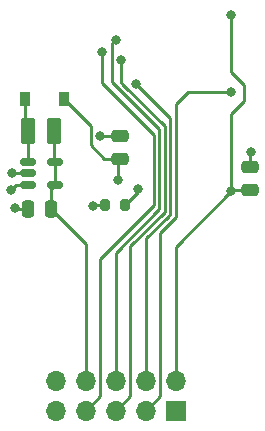
<source format=gbr>
%TF.GenerationSoftware,KiCad,Pcbnew,6.0.5+dfsg-1*%
%TF.CreationDate,2022-06-06T15:17:49+08:00*%
%TF.ProjectId,pcb-backbox,7063622d-6261-4636-9b62-6f782e6b6963,rev?*%
%TF.SameCoordinates,Original*%
%TF.FileFunction,Copper,L1,Top*%
%TF.FilePolarity,Positive*%
%FSLAX46Y46*%
G04 Gerber Fmt 4.6, Leading zero omitted, Abs format (unit mm)*
G04 Created by KiCad (PCBNEW 6.0.5+dfsg-1) date 2022-06-06 15:17:49*
%MOMM*%
%LPD*%
G01*
G04 APERTURE LIST*
G04 Aperture macros list*
%AMRoundRect*
0 Rectangle with rounded corners*
0 $1 Rounding radius*
0 $2 $3 $4 $5 $6 $7 $8 $9 X,Y pos of 4 corners*
0 Add a 4 corners polygon primitive as box body*
4,1,4,$2,$3,$4,$5,$6,$7,$8,$9,$2,$3,0*
0 Add four circle primitives for the rounded corners*
1,1,$1+$1,$2,$3*
1,1,$1+$1,$4,$5*
1,1,$1+$1,$6,$7*
1,1,$1+$1,$8,$9*
0 Add four rect primitives between the rounded corners*
20,1,$1+$1,$2,$3,$4,$5,0*
20,1,$1+$1,$4,$5,$6,$7,0*
20,1,$1+$1,$6,$7,$8,$9,0*
20,1,$1+$1,$8,$9,$2,$3,0*%
G04 Aperture macros list end*
%TA.AperFunction,ComponentPad*%
%ADD10R,1.700000X1.700000*%
%TD*%
%TA.AperFunction,ComponentPad*%
%ADD11O,1.700000X1.700000*%
%TD*%
%TA.AperFunction,SMDPad,CuDef*%
%ADD12RoundRect,0.250000X0.250000X0.475000X-0.250000X0.475000X-0.250000X-0.475000X0.250000X-0.475000X0*%
%TD*%
%TA.AperFunction,SMDPad,CuDef*%
%ADD13RoundRect,0.250000X0.475000X-0.250000X0.475000X0.250000X-0.475000X0.250000X-0.475000X-0.250000X0*%
%TD*%
%TA.AperFunction,SMDPad,CuDef*%
%ADD14RoundRect,0.150000X-0.512500X-0.150000X0.512500X-0.150000X0.512500X0.150000X-0.512500X0.150000X0*%
%TD*%
%TA.AperFunction,SMDPad,CuDef*%
%ADD15RoundRect,0.250000X0.375000X0.850000X-0.375000X0.850000X-0.375000X-0.850000X0.375000X-0.850000X0*%
%TD*%
%TA.AperFunction,SMDPad,CuDef*%
%ADD16RoundRect,0.200000X0.200000X0.275000X-0.200000X0.275000X-0.200000X-0.275000X0.200000X-0.275000X0*%
%TD*%
%TA.AperFunction,SMDPad,CuDef*%
%ADD17R,0.900000X1.200000*%
%TD*%
%TA.AperFunction,ViaPad*%
%ADD18C,0.800000*%
%TD*%
%TA.AperFunction,Conductor*%
%ADD19C,0.250000*%
%TD*%
G04 APERTURE END LIST*
D10*
%TO.P,J1,1,Pin_1*%
%TO.N,+3V3*%
X135630000Y-115590000D03*
D11*
%TO.P,J1,2,Pin_2*%
X135630000Y-113050000D03*
%TO.P,J1,3,Pin_3*%
%TO.N,SPI_SCK*%
X133090000Y-115590000D03*
%TO.P,J1,4,Pin_4*%
%TO.N,SPI_MOSI*%
X133090000Y-113050000D03*
%TO.P,J1,5,Pin_5*%
%TO.N,SPI_DC*%
X130550000Y-115590000D03*
%TO.P,J1,6,Pin_6*%
%TO.N,SPI_CS_LCD0*%
X130550000Y-113050000D03*
%TO.P,J1,7,Pin_7*%
%TO.N,LCD_RESET*%
X128010000Y-115590000D03*
%TO.P,J1,8,Pin_8*%
%TO.N,VBAT*%
X128010000Y-113050000D03*
%TO.P,J1,9,Pin_9*%
%TO.N,GND*%
X125470000Y-115590000D03*
%TO.P,J1,10,Pin_10*%
X125470000Y-113050000D03*
%TD*%
D12*
%TO.P,C1,1*%
%TO.N,VBAT*%
X125050000Y-98500000D03*
%TO.P,C1,2*%
%TO.N,GND*%
X123150000Y-98500000D03*
%TD*%
D13*
%TO.P,C3,1*%
%TO.N,+3V3*%
X141950000Y-96900000D03*
%TO.P,C3,2*%
%TO.N,GND*%
X141950000Y-95000000D03*
%TD*%
%TO.P,C2,1*%
%TO.N,BLCD_A*%
X130900000Y-94250000D03*
%TO.P,C2,2*%
%TO.N,GND*%
X130900000Y-92350000D03*
%TD*%
D14*
%TO.P,U1,1,SW*%
%TO.N,Net-(D1-Pad2)*%
X123112500Y-94550000D03*
%TO.P,U1,2,GND*%
%TO.N,GND*%
X123112500Y-95500000D03*
%TO.P,U1,3,FB*%
%TO.N,BLCD_K*%
X123112500Y-96450000D03*
%TO.P,U1,4,EN*%
%TO.N,VBAT*%
X125387500Y-96450000D03*
%TO.P,U1,5,IN*%
X125387500Y-94550000D03*
%TD*%
D15*
%TO.P,L1,1,1*%
%TO.N,VBAT*%
X125325000Y-91900000D03*
%TO.P,L1,2,2*%
%TO.N,Net-(D1-Pad2)*%
X123175000Y-91900000D03*
%TD*%
D16*
%TO.P,R1,1*%
%TO.N,BLCD_K*%
X131325000Y-98200000D03*
%TO.P,R1,2*%
%TO.N,GND*%
X129675000Y-98200000D03*
%TD*%
D17*
%TO.P,D1,1,K*%
%TO.N,BLCD_A*%
X126200000Y-89200000D03*
%TO.P,D1,2,A*%
%TO.N,Net-(D1-Pad2)*%
X122900000Y-89200000D03*
%TD*%
D18*
%TO.N,GND*%
X122050000Y-98450000D03*
X129250000Y-92300000D03*
X142050000Y-93700000D03*
X128600000Y-98250000D03*
X121750000Y-95450000D03*
%TO.N,BLCD_A*%
X130750000Y-96050000D03*
%TO.N,+3V3*%
X140350000Y-97000000D03*
X140350000Y-82050000D03*
%TO.N,SPI_CS_LCD0*%
X130550000Y-84200000D03*
%TO.N,LCD_RESET*%
X129400000Y-85200000D03*
%TO.N,SPI_DC*%
X131000000Y-85900000D03*
%TO.N,SPI_MOSI*%
X132250000Y-87950000D03*
%TO.N,SPI_SCK*%
X140350000Y-88600000D03*
%TO.N,BLCD_K*%
X132450000Y-96850000D03*
X121700000Y-96900000D03*
%TD*%
D19*
%TO.N,VBAT*%
X125325000Y-94487500D02*
X125387500Y-94550000D01*
X125050000Y-98500000D02*
X125050000Y-96787500D01*
X128010000Y-101460000D02*
X125050000Y-98500000D01*
X125387500Y-94550000D02*
X125387500Y-96450000D01*
X125050000Y-96787500D02*
X125387500Y-96450000D01*
X125325000Y-91900000D02*
X125325000Y-94487500D01*
X128010000Y-113050000D02*
X128010000Y-101460000D01*
%TO.N,GND*%
X129675000Y-98200000D02*
X128650000Y-98200000D01*
X121800000Y-95500000D02*
X121750000Y-95450000D01*
X123112500Y-95500000D02*
X121800000Y-95500000D01*
X123150000Y-98500000D02*
X122100000Y-98500000D01*
X141950000Y-93800000D02*
X142050000Y-93700000D01*
X129300000Y-92350000D02*
X129250000Y-92300000D01*
X128650000Y-98200000D02*
X128600000Y-98250000D01*
X122100000Y-98500000D02*
X122050000Y-98450000D01*
X141950000Y-95000000D02*
X141950000Y-93800000D01*
X130900000Y-92350000D02*
X129300000Y-92350000D01*
%TO.N,BLCD_A*%
X130750000Y-96050000D02*
X130750000Y-94400000D01*
X128450000Y-91450000D02*
X128450000Y-93100000D01*
X126200000Y-89200000D02*
X128450000Y-91450000D01*
X128450000Y-93100000D02*
X129600000Y-94250000D01*
X129600000Y-94250000D02*
X130900000Y-94250000D01*
X130750000Y-94400000D02*
X130900000Y-94250000D01*
%TO.N,+3V3*%
X140350000Y-86950000D02*
X140350000Y-82050000D01*
X141450000Y-89400000D02*
X141450000Y-88050000D01*
X140350000Y-97000000D02*
X140350000Y-90500000D01*
X141450000Y-88050000D02*
X140350000Y-86950000D01*
X135630000Y-101720000D02*
X140350000Y-97000000D01*
X140450000Y-96900000D02*
X140350000Y-97000000D01*
X135630000Y-113050000D02*
X135630000Y-101720000D01*
X140350000Y-90500000D02*
X141450000Y-89400000D01*
X141950000Y-96900000D02*
X140450000Y-96900000D01*
%TO.N,SPI_CS_LCD0*%
X130275499Y-87775499D02*
X130275499Y-84474501D01*
X130275499Y-84474501D02*
X130550000Y-84200000D01*
X130550000Y-102200000D02*
X134250489Y-98499511D01*
X130550000Y-113050000D02*
X130550000Y-102200000D01*
X134250489Y-91750489D02*
X130275499Y-87775499D01*
X134250489Y-98499511D02*
X134250489Y-91750489D01*
%TO.N,LCD_RESET*%
X133800978Y-98199022D02*
X133800978Y-92250978D01*
X133800978Y-92250978D02*
X129400000Y-87850000D01*
X129250000Y-114350000D02*
X129250000Y-102750000D01*
X128010000Y-115590000D02*
X129250000Y-114350000D01*
X129400000Y-87850000D02*
X129400000Y-85200000D01*
X129250000Y-102750000D02*
X133800978Y-98199022D01*
%TO.N,SPI_DC*%
X131800000Y-101650000D02*
X134700000Y-98750000D01*
X134700000Y-91500000D02*
X131200000Y-88000000D01*
X134700000Y-98750000D02*
X134700000Y-91500000D01*
X131200000Y-88000000D02*
X131000000Y-87800000D01*
X131800000Y-114340000D02*
X131800000Y-113000000D01*
X131800000Y-113000000D02*
X131800000Y-101650000D01*
X131000000Y-87800000D02*
X131000000Y-85900000D01*
X130550000Y-115590000D02*
X131800000Y-114340000D01*
%TO.N,SPI_MOSI*%
X135150000Y-90850000D02*
X132250000Y-87950000D01*
X133090000Y-101010000D02*
X134950000Y-99150000D01*
X135150000Y-91750000D02*
X135150000Y-90850000D01*
X133090000Y-113050000D02*
X133090000Y-101010000D01*
X134950000Y-99150000D02*
X135150000Y-98950000D01*
X135150000Y-98950000D02*
X135150000Y-91750000D01*
%TO.N,SPI_SCK*%
X134350000Y-100550000D02*
X135600000Y-99300000D01*
X136700000Y-88600000D02*
X140350000Y-88600000D01*
X133090000Y-115590000D02*
X134350000Y-114330000D01*
X134350000Y-112750000D02*
X134350000Y-100550000D01*
X135700000Y-89600000D02*
X136700000Y-88600000D01*
X134350000Y-114330000D02*
X134350000Y-112750000D01*
X135600000Y-99300000D02*
X135700000Y-99200000D01*
X135700000Y-99200000D02*
X135700000Y-89600000D01*
%TO.N,BLCD_K*%
X132450000Y-97075000D02*
X131325000Y-98200000D01*
X123112500Y-96450000D02*
X122150000Y-96450000D01*
X132450000Y-96850000D02*
X132450000Y-97075000D01*
X122150000Y-96450000D02*
X121700000Y-96900000D01*
%TO.N,Net-(D1-Pad2)*%
X122900000Y-91625000D02*
X122900000Y-89200000D01*
X123112500Y-94550000D02*
X123112500Y-91962500D01*
X123112500Y-91962500D02*
X123175000Y-91900000D01*
X123175000Y-91900000D02*
X122900000Y-91625000D01*
%TD*%
M02*

</source>
